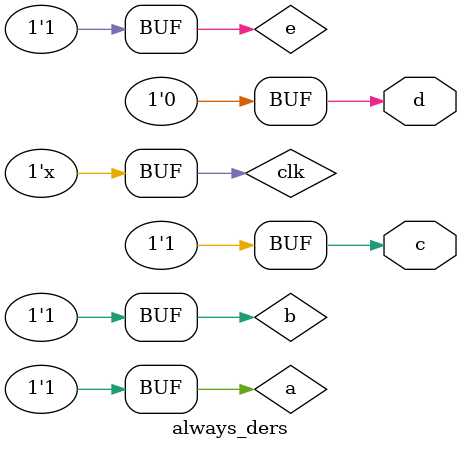
<source format=v>
`timescale 1ns / 1ns

module always_ders(
output reg d,
output reg c
    );
reg clk=0;

reg a=0;
reg b=0;
reg e=0;


always begin
    #10 clk = ~clk;
end

// combinational logic ff kullanýlmýyor ve clock sinyali bulunmaz sadece logic gate lerden oluþur.
always @(a,b,e) begin
    c= a & b;
    d= ~e;
end

//testbench (aslýnda ayrý bir source açýlmalý ama kolaylýk olsun diye yazdým.)
initial begin
#100
a=1;
b=1;
e=1;
end

endmodule

</source>
